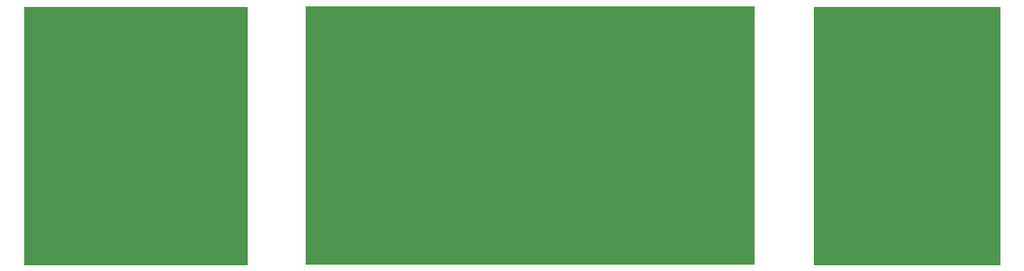
<source format=gbl>
G04 #@! TF.GenerationSoftware,KiCad,Pcbnew,(5.1.2)-1*
G04 #@! TF.CreationDate,2019-05-03T00:29:47+03:00*
G04 #@! TF.ProjectId,braclet,62726163-6c65-4742-9e6b-696361645f70,rev?*
G04 #@! TF.SameCoordinates,Original*
G04 #@! TF.FileFunction,Copper,L2,Bot*
G04 #@! TF.FilePolarity,Positive*
%FSLAX46Y46*%
G04 Gerber Fmt 4.6, Leading zero omitted, Abs format (unit mm)*
G04 Created by KiCad (PCBNEW (5.1.2)-1) date 2019-05-03 00:29:47*
%MOMM*%
%LPD*%
G04 APERTURE LIST*
%ADD10C,0.010000*%
G04 APERTURE END LIST*
D10*
G36*
X-23901400Y-17246600D02*
G01*
X-53530500Y-17246600D01*
X-53530500Y17132300D01*
X-23901400Y17132300D01*
X-23901400Y-17246600D01*
X-23901400Y-17246600D01*
G37*
X-23901400Y-17246600D02*
X-53530500Y-17246600D01*
X-53530500Y17132300D01*
X-23901400Y17132300D01*
X-23901400Y-17246600D01*
G36*
X76174600Y-17246600D02*
G01*
X51422300Y-17246600D01*
X51422300Y17132300D01*
X76174600Y17132300D01*
X76174600Y-17246600D01*
X76174600Y-17246600D01*
G37*
X76174600Y-17246600D02*
X51422300Y-17246600D01*
X51422300Y17132300D01*
X76174600Y17132300D01*
X76174600Y-17246600D01*
G36*
X43472100Y-17157700D02*
G01*
X-16116300Y-17157700D01*
X-16116300Y17195800D01*
X43472100Y17195800D01*
X43472100Y-17157700D01*
X43472100Y-17157700D01*
G37*
X43472100Y-17157700D02*
X-16116300Y-17157700D01*
X-16116300Y17195800D01*
X43472100Y17195800D01*
X43472100Y-17157700D01*
M02*

</source>
